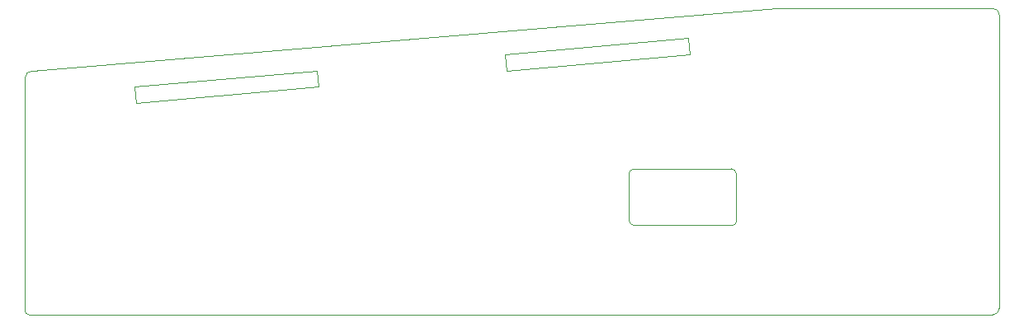
<source format=gbr>
%TF.GenerationSoftware,KiCad,Pcbnew,7.0.10*%
%TF.CreationDate,2024-04-26T10:19:58+01:00*%
%TF.ProjectId,sides,73696465-732e-46b6-9963-61645f706362,rev?*%
%TF.SameCoordinates,Original*%
%TF.FileFunction,Profile,NP*%
%FSLAX46Y46*%
G04 Gerber Fmt 4.6, Leading zero omitted, Abs format (unit mm)*
G04 Created by KiCad (PCBNEW 7.0.10) date 2024-04-26 10:19:58*
%MOMM*%
%LPD*%
G01*
G04 APERTURE LIST*
%TA.AperFunction,Profile*%
%ADD10C,0.100000*%
%TD*%
G04 APERTURE END LIST*
D10*
X77000000Y-78050000D02*
G75*
G03*
X77450000Y-78500000I450000J0D01*
G01*
X77450000Y-78500000D02*
X176300000Y-78500000D01*
X139500000Y-63500000D02*
G75*
G03*
X139000000Y-64000000I0J-500000D01*
G01*
X177000000Y-47700000D02*
G75*
G03*
X176300000Y-47000000I-700000J0D01*
G01*
X77000000Y-78050000D02*
X77000000Y-54150000D01*
X176300000Y-78500000D02*
G75*
G03*
X177000000Y-77800000I0J700000D01*
G01*
X177000000Y-77800000D02*
X177000000Y-47700000D01*
X150000000Y-64000000D02*
G75*
G03*
X149500000Y-63500000I-500000J0D01*
G01*
X176300000Y-47000000D02*
X154150000Y-47000000D01*
X149600000Y-69300000D02*
X139500000Y-69300000D01*
X149600000Y-69300000D02*
G75*
G03*
X150000000Y-68900000I0J400000D01*
G01*
X139500000Y-63500000D02*
X149500000Y-63500000D01*
X139000000Y-68800000D02*
X139000000Y-64000000D01*
X77744975Y-53449957D02*
G75*
G03*
X77000001Y-54150000I25J-746443D01*
G01*
X150000000Y-64000000D02*
X150000000Y-68900000D01*
X145250000Y-51750000D02*
X126450000Y-53400000D01*
X126300000Y-51700000D01*
X145100000Y-50050000D01*
X145250000Y-51750000D01*
X77744975Y-53450000D02*
X154150000Y-47000000D01*
X107150000Y-55050000D02*
X88400000Y-56700000D01*
X88250000Y-55050000D01*
X107000000Y-53400000D01*
X107150000Y-55050000D01*
X139000000Y-68800000D02*
G75*
G03*
X139500000Y-69300000I500000J0D01*
G01*
M02*

</source>
